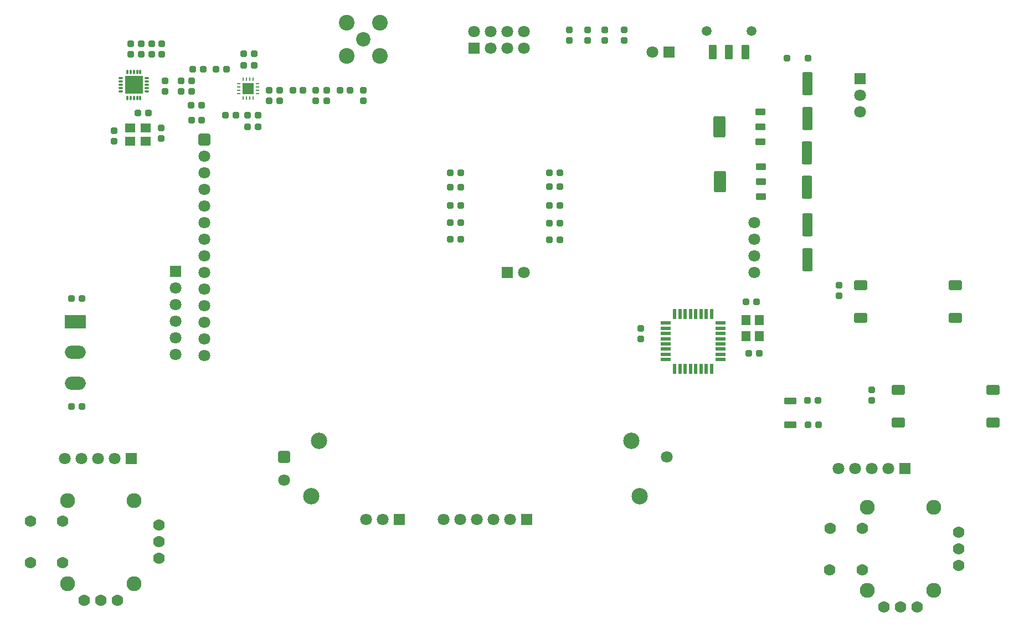
<source format=gts>
%TF.GenerationSoftware,KiCad,Pcbnew,9.0.6*%
%TF.CreationDate,2026-02-02T09:23:09+01:00*%
%TF.ProjectId,controller,636f6e74-726f-46c6-9c65-722e6b696361,rev?*%
%TF.SameCoordinates,Original*%
%TF.FileFunction,Soldermask,Top*%
%TF.FilePolarity,Negative*%
%FSLAX46Y46*%
G04 Gerber Fmt 4.6, Leading zero omitted, Abs format (unit mm)*
G04 Created by KiCad (PCBNEW 9.0.6) date 2026-02-02 09:23:09*
%MOMM*%
%LPD*%
G01*
G04 APERTURE LIST*
G04 Aperture macros list*
%AMRoundRect*
0 Rectangle with rounded corners*
0 $1 Rounding radius*
0 $2 $3 $4 $5 $6 $7 $8 $9 X,Y pos of 4 corners*
0 Add a 4 corners polygon primitive as box body*
4,1,4,$2,$3,$4,$5,$6,$7,$8,$9,$2,$3,0*
0 Add four circle primitives for the rounded corners*
1,1,$1+$1,$2,$3*
1,1,$1+$1,$4,$5*
1,1,$1+$1,$6,$7*
1,1,$1+$1,$8,$9*
0 Add four rect primitives between the rounded corners*
20,1,$1+$1,$2,$3,$4,$5,0*
20,1,$1+$1,$4,$5,$6,$7,0*
20,1,$1+$1,$6,$7,$8,$9,0*
20,1,$1+$1,$8,$9,$2,$3,0*%
G04 Aperture macros list end*
%ADD10RoundRect,0.240000X-0.560000X1.510000X-0.560000X-1.510000X0.560000X-1.510000X0.560000X1.510000X0*%
%ADD11RoundRect,0.142500X-0.332500X-0.357500X0.332500X-0.357500X0.332500X0.357500X-0.332500X0.357500X0*%
%ADD12RoundRect,0.142500X0.357500X-0.332500X0.357500X0.332500X-0.357500X0.332500X-0.357500X-0.332500X0*%
%ADD13RoundRect,0.142500X-0.357500X0.332500X-0.357500X-0.332500X0.357500X-0.332500X0.357500X0.332500X0*%
%ADD14RoundRect,0.142500X0.332500X0.357500X-0.332500X0.357500X-0.332500X-0.357500X0.332500X-0.357500X0*%
%ADD15R,1.800000X1.800000*%
%ADD16C,1.800000*%
%ADD17RoundRect,0.225000X-0.775000X-0.525000X0.775000X-0.525000X0.775000X0.525000X-0.775000X0.525000X0*%
%ADD18C,1.778000*%
%ADD19C,2.286000*%
%ADD20RoundRect,0.165000X0.735000X-0.385000X0.735000X0.385000X-0.735000X0.385000X-0.735000X-0.385000X0*%
%ADD21RoundRect,0.210000X-0.490000X0.590000X-0.490000X-0.590000X0.490000X-0.590000X0.490000X0.590000X0*%
%ADD22RoundRect,0.250000X0.550000X-0.250000X0.550000X0.250000X-0.550000X0.250000X-0.550000X-0.250000X0*%
%ADD23RoundRect,0.270000X0.630000X-1.380000X0.630000X1.380000X-0.630000X1.380000X-0.630000X-1.380000X0*%
%ADD24RoundRect,0.250000X-0.650000X0.650000X-0.650000X-0.650000X0.650000X-0.650000X0.650000X0.650000X0*%
%ADD25RoundRect,0.240000X0.560000X-1.510000X0.560000X1.510000X-0.560000X1.510000X-0.560000X-1.510000X0*%
%ADD26C,2.200000*%
%ADD27C,2.400000*%
%ADD28RoundRect,0.210000X-0.590000X-0.490000X0.590000X-0.490000X0.590000X0.490000X-0.590000X0.490000X0*%
%ADD29R,3.200000X2.000000*%
%ADD30O,3.200000X2.000000*%
%ADD31O,0.800000X0.300000*%
%ADD32O,0.300000X0.800000*%
%ADD33R,2.700000X2.700000*%
%ADD34O,0.650000X0.250000*%
%ADD35O,0.250000X0.650000*%
%ADD36R,1.700000X1.700000*%
%ADD37RoundRect,0.142500X0.357500X0.332500X-0.357500X0.332500X-0.357500X-0.332500X0.357500X-0.332500X0*%
%ADD38RoundRect,0.250000X-0.650000X-0.650000X0.650000X-0.650000X0.650000X0.650000X-0.650000X0.650000X0*%
%ADD39C,2.500000*%
%ADD40RoundRect,0.082500X0.692500X0.192500X-0.692500X0.192500X-0.692500X-0.192500X0.692500X-0.192500X0*%
%ADD41RoundRect,0.082500X-0.192500X0.692500X-0.192500X-0.692500X0.192500X-0.692500X0.192500X0.692500X0*%
%ADD42RoundRect,0.082500X-0.692500X-0.192500X0.692500X-0.192500X0.692500X0.192500X-0.692500X0.192500X0*%
%ADD43RoundRect,0.082500X0.192500X-0.692500X0.192500X0.692500X-0.192500X0.692500X-0.192500X-0.692500X0*%
%ADD44RoundRect,0.180000X-0.420000X-0.920000X0.420000X-0.920000X0.420000X0.920000X-0.420000X0.920000X0*%
%ADD45C,1.500000*%
G04 APERTURE END LIST*
D10*
%TO.C,C4*%
X200400000Y-54925000D03*
X200400000Y-60225000D03*
%TD*%
D11*
%TO.C,C31*%
X106150000Y-58250000D03*
X107750000Y-58250000D03*
%TD*%
%TO.C,C30*%
X106200000Y-60500000D03*
X107800000Y-60500000D03*
%TD*%
%TO.C,C35*%
X114200000Y-52100000D03*
X115800000Y-52100000D03*
%TD*%
D12*
%TO.C,C36*%
X118093750Y-57500000D03*
X118093750Y-55900000D03*
%TD*%
D13*
%TO.C,C25*%
X100100000Y-48800000D03*
X100100000Y-50400000D03*
%TD*%
D14*
%TO.C,R11*%
X162500000Y-68500000D03*
X160900000Y-68500000D03*
%TD*%
D11*
%TO.C,R16*%
X200425000Y-103350000D03*
X202025000Y-103350000D03*
%TD*%
D13*
%TO.C,C26*%
X101700000Y-48800000D03*
X101700000Y-50400000D03*
%TD*%
D14*
%TO.C,R27*%
X116400000Y-61500000D03*
X114800000Y-61500000D03*
%TD*%
D15*
%TO.C,J1*%
X179200000Y-50100000D03*
D16*
X176660000Y-50100000D03*
%TD*%
D12*
%TO.C,R20*%
X205250000Y-87300000D03*
X205250000Y-85700000D03*
%TD*%
%TO.C,C27*%
X96900000Y-50400000D03*
X96900000Y-48800000D03*
%TD*%
D13*
%TO.C,D1*%
X172400000Y-46700000D03*
X172400000Y-48300000D03*
%TD*%
D14*
%TO.C,R10*%
X147350000Y-78700000D03*
X145750000Y-78700000D03*
%TD*%
D11*
%TO.C,R1*%
X98000000Y-59400000D03*
X99600000Y-59400000D03*
%TD*%
D12*
%TO.C,C39*%
X126893750Y-57500000D03*
X126893750Y-55900000D03*
%TD*%
D14*
%TO.C,R12*%
X162500000Y-70650000D03*
X160900000Y-70650000D03*
%TD*%
D17*
%TO.C,SW5*%
X214250000Y-101750000D03*
X228750000Y-101750000D03*
X214250000Y-106750000D03*
X228750000Y-106750000D03*
%TD*%
D13*
%TO.C,L6*%
X102200000Y-54500000D03*
X102200000Y-56100000D03*
%TD*%
D14*
%TO.C,R13*%
X162500000Y-73500000D03*
X160900000Y-73500000D03*
%TD*%
D15*
%TO.C,J10*%
X215250000Y-113750000D03*
D16*
X212710000Y-113750000D03*
X210170000Y-113750000D03*
X207630000Y-113750000D03*
X205090000Y-113750000D03*
%TD*%
D18*
%TO.C,U9*%
X203810000Y-129230000D03*
X203829800Y-122880000D03*
X208750000Y-129230000D03*
X208770000Y-122870000D03*
X223500000Y-128580000D03*
X223520000Y-126040000D03*
X223500000Y-123500000D03*
D19*
X209560000Y-132405000D03*
X219690000Y-132405000D03*
X219704800Y-119705000D03*
X209544800Y-119705000D03*
D18*
X212084800Y-134945000D03*
X214610000Y-134960000D03*
X217150000Y-134960000D03*
%TD*%
D13*
%TO.C,D2*%
X166800000Y-46700000D03*
X166800000Y-48300000D03*
%TD*%
D20*
%TO.C,SW1*%
X197750000Y-107100000D03*
X197750000Y-103400000D03*
%TD*%
D11*
%TO.C,L10*%
X128893750Y-55912500D03*
X130493750Y-55912500D03*
%TD*%
D13*
%TO.C,R24*%
X98500000Y-48800000D03*
X98500000Y-50400000D03*
%TD*%
D14*
%TO.C,C33*%
X111600000Y-52700000D03*
X110000000Y-52700000D03*
%TD*%
D21*
%TO.C,Y1*%
X191000000Y-91100000D03*
X191000000Y-93500000D03*
X193000000Y-93500000D03*
X193000000Y-91100000D03*
%TD*%
D22*
%TO.C,U2*%
X193300000Y-72200000D03*
X193300000Y-69900000D03*
X193300000Y-67600000D03*
D23*
X187000000Y-69900000D03*
%TD*%
D15*
%TO.C,J9*%
X97040000Y-112250000D03*
D16*
X94500000Y-112250000D03*
X91960000Y-112250000D03*
X89420000Y-112250000D03*
X86880000Y-112250000D03*
%TD*%
D11*
%TO.C,C32*%
X106400000Y-52700000D03*
X108000000Y-52700000D03*
%TD*%
D24*
%TO.C,U4*%
X108200000Y-63500000D03*
D16*
X108200000Y-66040000D03*
X108200000Y-68580000D03*
X108200000Y-71120000D03*
X108200000Y-73660000D03*
X108200000Y-76200000D03*
X108200000Y-78740000D03*
X108200000Y-81280000D03*
X108200000Y-83820000D03*
X108200000Y-86360000D03*
X108200000Y-88900000D03*
X108200000Y-91440000D03*
X108200000Y-93980000D03*
X108200000Y-96520000D03*
X192300000Y-76200000D03*
X192300000Y-78740000D03*
X192300000Y-81280000D03*
X192300000Y-83820000D03*
%TD*%
D11*
%TO.C,L9*%
X121693750Y-55912500D03*
X123293750Y-55912500D03*
%TD*%
D15*
%TO.C,J8*%
X208400000Y-54160000D03*
D16*
X208400000Y-56700000D03*
X208400000Y-59240000D03*
%TD*%
D14*
%TO.C,R9*%
X147350000Y-76200000D03*
X145750000Y-76200000D03*
%TD*%
D15*
%TO.C,J4*%
X154480000Y-83750000D03*
D16*
X157020000Y-83750000D03*
%TD*%
D17*
%TO.C,SW4*%
X208500000Y-85750000D03*
X223000000Y-85750000D03*
X208500000Y-90750000D03*
X223000000Y-90750000D03*
%TD*%
D25*
%TO.C,C5*%
X200400000Y-81825000D03*
X200400000Y-76525000D03*
%TD*%
D26*
%TO.C,J6*%
X132460000Y-48160000D03*
D27*
X129920000Y-45620000D03*
X129920000Y-50700000D03*
X135000000Y-50700000D03*
X135000000Y-45620000D03*
%TD*%
D15*
%TO.C,J11*%
X138000000Y-121500000D03*
D16*
X135460000Y-121500000D03*
X132920000Y-121500000D03*
%TD*%
D15*
%TO.C,J2*%
X157500000Y-121500000D03*
D16*
X154960000Y-121500000D03*
X152420000Y-121500000D03*
X149880000Y-121500000D03*
X147340000Y-121500000D03*
X144800000Y-121500000D03*
%TD*%
D14*
%TO.C,R14*%
X162500000Y-76250000D03*
X160900000Y-76250000D03*
%TD*%
D28*
%TO.C,Y3*%
X96800000Y-63700000D03*
X99200000Y-63700000D03*
X99200000Y-61700000D03*
X96800000Y-61700000D03*
%TD*%
D22*
%TO.C,U3*%
X193200000Y-63800000D03*
X193200000Y-61500000D03*
X193200000Y-59200000D03*
D23*
X186900000Y-61500000D03*
%TD*%
D29*
%TO.C,SW3*%
X88500000Y-91300000D03*
D30*
X88500000Y-96000000D03*
X88500000Y-100700000D03*
%TD*%
D14*
%TO.C,R6*%
X147350000Y-68500000D03*
X145750000Y-68500000D03*
%TD*%
D31*
%TO.C,U7*%
X95400000Y-54100000D03*
X95400000Y-54600000D03*
X95400000Y-55100000D03*
X95400000Y-55600000D03*
X95400000Y-56100000D03*
D32*
X96400000Y-57100000D03*
X96900000Y-57100000D03*
X97400000Y-57100000D03*
X97900000Y-57100000D03*
X98400000Y-57100000D03*
D31*
X99400000Y-56100000D03*
X99400000Y-55600000D03*
X99400000Y-55100000D03*
X99400000Y-54600000D03*
X99400000Y-54100000D03*
D32*
X98400000Y-53100000D03*
X97900000Y-53100000D03*
X97400000Y-53100000D03*
X96900000Y-53100000D03*
X96400000Y-53100000D03*
D33*
X97400000Y-55100000D03*
%TD*%
D12*
%TO.C,R22*%
X164000000Y-48300000D03*
X164000000Y-46700000D03*
%TD*%
D34*
%TO.C,U8*%
X113443750Y-54912500D03*
X113443750Y-55412500D03*
X113443750Y-55912500D03*
X113443750Y-56412500D03*
D35*
X114118750Y-57087500D03*
X114618750Y-57087500D03*
X115118750Y-57087500D03*
X115618750Y-57087500D03*
D34*
X116293750Y-56412500D03*
X116293750Y-55912500D03*
X116293750Y-55412500D03*
X116293750Y-54912500D03*
D35*
X115618750Y-54237500D03*
X115118750Y-54237500D03*
X114618750Y-54237500D03*
X114118750Y-54237500D03*
D36*
X114868750Y-55662500D03*
%TD*%
D12*
%TO.C,R17*%
X169400000Y-48300000D03*
X169400000Y-46700000D03*
%TD*%
D14*
%TO.C,C2*%
X192600000Y-88300000D03*
X191000000Y-88300000D03*
%TD*%
D12*
%TO.C,C37*%
X119681250Y-57500000D03*
X119681250Y-55900000D03*
%TD*%
D37*
%TO.C,D3*%
X200450000Y-50975000D03*
X197250000Y-50975000D03*
%TD*%
D11*
%TO.C,C34*%
X114200000Y-50300000D03*
X115800000Y-50300000D03*
%TD*%
D25*
%TO.C,C6*%
X200300000Y-70775000D03*
X200300000Y-65475000D03*
%TD*%
D18*
%TO.C,U10*%
X81560000Y-128150000D03*
X81579800Y-121800000D03*
X86500000Y-128150000D03*
X86520000Y-121790000D03*
X101250000Y-127500000D03*
X101270000Y-124960000D03*
X101250000Y-122420000D03*
D19*
X87310000Y-131325000D03*
X97440000Y-131325000D03*
X97454800Y-118625000D03*
X87294800Y-118625000D03*
D18*
X89834800Y-133865000D03*
X92360000Y-133880000D03*
X94900000Y-133880000D03*
%TD*%
D11*
%TO.C,L8*%
X104650000Y-54500000D03*
X106250000Y-54500000D03*
%TD*%
D12*
%TO.C,C29*%
X101600000Y-63300000D03*
X101600000Y-61700000D03*
%TD*%
D15*
%TO.C,J3*%
X103750000Y-83650000D03*
D16*
X103750000Y-86190000D03*
X103750000Y-88730000D03*
X103750000Y-91270000D03*
X103750000Y-93810000D03*
X103750000Y-96350000D03*
%TD*%
D14*
%TO.C,R7*%
X147350000Y-70750000D03*
X145750000Y-70750000D03*
%TD*%
%TO.C,R15*%
X162500000Y-78750000D03*
X160900000Y-78750000D03*
%TD*%
%TO.C,R8*%
X147350000Y-73500000D03*
X145750000Y-73500000D03*
%TD*%
D38*
%TO.C,RV1*%
X120350000Y-112000000D03*
D16*
X120350000Y-115500000D03*
X178850000Y-112000000D03*
D39*
X125700000Y-109500000D03*
X173500000Y-109500000D03*
X124500000Y-118000000D03*
X174700000Y-118000000D03*
%TD*%
D13*
%TO.C,C1*%
X174900000Y-92300000D03*
X174900000Y-93900000D03*
%TD*%
D14*
%TO.C,R18*%
X89500000Y-87750000D03*
X87900000Y-87750000D03*
%TD*%
%TO.C,R19*%
X89500000Y-104250000D03*
X87900000Y-104250000D03*
%TD*%
D11*
%TO.C,C3*%
X191400000Y-96100000D03*
X193000000Y-96100000D03*
%TD*%
D13*
%TO.C,C28*%
X94400000Y-62100000D03*
X94400000Y-63700000D03*
%TD*%
D11*
%TO.C,R26*%
X111400000Y-59700000D03*
X113000000Y-59700000D03*
%TD*%
D14*
%TO.C,C24*%
X202075000Y-107100000D03*
X200475000Y-107100000D03*
%TD*%
D15*
%TO.C,J7*%
X149380000Y-49500000D03*
D16*
X151920000Y-49500000D03*
X154460000Y-49500000D03*
X157000000Y-49500000D03*
X157000000Y-46960000D03*
X154460000Y-46960000D03*
X151920000Y-46960000D03*
X149380000Y-46960000D03*
%TD*%
D13*
%TO.C,R21*%
X210250000Y-101700000D03*
X210250000Y-103300000D03*
%TD*%
D11*
%TO.C,L7*%
X104650000Y-56100000D03*
X106250000Y-56100000D03*
%TD*%
D14*
%TO.C,R28*%
X116400000Y-59700000D03*
X114800000Y-59700000D03*
%TD*%
D12*
%TO.C,C38*%
X125200000Y-57500000D03*
X125200000Y-55900000D03*
%TD*%
D40*
%TO.C,U1*%
X187100000Y-97100000D03*
X187100000Y-96300000D03*
X187100000Y-95500000D03*
X187100000Y-94700000D03*
X187100000Y-93900000D03*
X187100000Y-93100000D03*
X187100000Y-92300000D03*
X187100000Y-91500000D03*
D41*
X185700000Y-90100000D03*
X184900000Y-90100000D03*
X184100000Y-90100000D03*
X183300000Y-90100000D03*
X182500000Y-90100000D03*
X181700000Y-90100000D03*
X180900000Y-90100000D03*
X180100000Y-90100000D03*
D42*
X178700000Y-91500000D03*
X178700000Y-92300000D03*
X178700000Y-93100000D03*
X178700000Y-93900000D03*
X178700000Y-94700000D03*
X178700000Y-95500000D03*
X178700000Y-96300000D03*
X178700000Y-97100000D03*
D43*
X180100000Y-98500000D03*
X180900000Y-98500000D03*
X181700000Y-98500000D03*
X182500000Y-98500000D03*
X183300000Y-98500000D03*
X184100000Y-98500000D03*
X184900000Y-98500000D03*
X185700000Y-98500000D03*
%TD*%
D12*
%TO.C,C40*%
X132493750Y-57500000D03*
X132493750Y-55900000D03*
%TD*%
D44*
%TO.C,SW2*%
X185900000Y-50100000D03*
X188400000Y-50100000D03*
X190900000Y-50100000D03*
D45*
X185000000Y-46900000D03*
X191800000Y-46900000D03*
%TD*%
M02*

</source>
